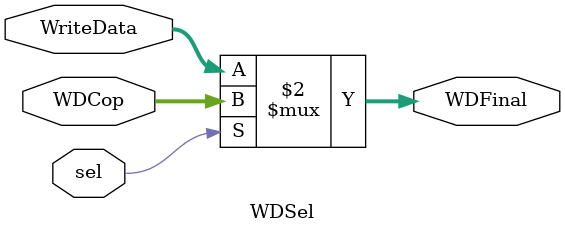
<source format=sv>
module WDSel(input  logic [31:0] WDCop, WriteData,
           input  logic sel, // 1 if cop
           output logic [31:0] WDFinal);
  assign WDFinal = (sel == 1) ? WDCop : WriteData;
endmodule 
</source>
